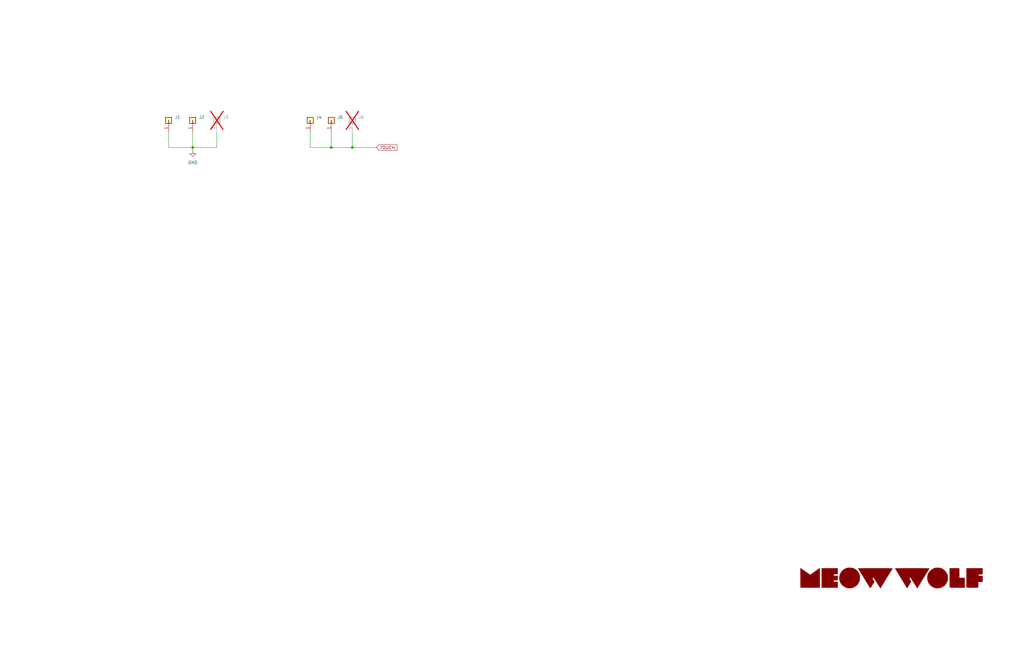
<source format=kicad_sch>
(kicad_sch (version 20230121) (generator eeschema)
  (paper "USLedger")
  (title_block (rev "v.01") (company "Meow Wolf") (comment 1 "Daniel Bornhorst"))
  (lib_symbols
    (symbol "0_logo:MeowWolf_Logo_Horizontal" (pin_names (offset 1.016))
      (symbol "MeowWolf_Logo_Horizontal_0_0"
        (polyline (pts (xy 30.861 -0.0254) (xy 28.6512 -0.0254) (xy 28.6258 2.0066) (xy 28.575 4.0386) (xy 24.511 4.0386) (xy 24.511 -3.9878) (xy 24.5364 -4.064) (xy 24.638 -4.0894) (xy 24.892 -4.0894) (xy 25.273 -4.1148) (xy 25.7556 -4.1148) (xy 26.3398 -4.1402) (xy 30.861 -4.1402) (xy 30.861 -0.0254)) (stroke (width 0.0254)) (fill (type outline)))
        (polyline (pts (xy 36.6014 -2.921) (xy 36.6268 -1.7272) (xy 38.4048 -1.7272) (xy 38.4048 0.8128) (xy 37.5412 0.8636) (xy 36.703 0.889) (xy 36.703 1.397) (xy 37.5412 1.4478) (xy 38.4048 1.4986) (xy 38.4048 4.0386) (xy 31.623 4.0386) (xy 31.623 -3.9878) (xy 31.6484 -4.064) (xy 31.7754 -4.0894) (xy 32.0548 -4.1148) (xy 32.4358 -4.1148) (xy 32.9184 -4.1402) (xy 36.576 -4.1402) (xy 36.6014 -2.921)) (stroke (width 0.0254)) (fill (type outline)))
        (polyline (pts (xy -22.6568 -1.6764) (xy -24.3586 -1.6764) (xy -24.3586 -1.3716) (xy -24.3332 -1.0414) (xy -23.0886 -1.0414) (xy -22.86 -1.016) (xy -22.733 -0.9906) (xy -22.7076 -0.9398) (xy -22.6822 -0.7366) (xy -22.6568 -0.4318) (xy -22.6568 0.889) (xy -24.3586 0.889) (xy -24.3586 1.1938) (xy -24.3332 1.4986) (xy -23.495 1.524) (xy -22.6568 1.5748) (xy -22.6568 4.0386) (xy -29.4386 4.0386) (xy -29.4386 -4.1402) (xy -22.6568 -4.1402) (xy -22.6568 -1.6764)) (stroke (width 0.0254)) (fill (type outline)))
        (polyline (pts (xy -30.226 4.064) (xy -30.48 3.937) (xy -31.0896 3.5306) (xy -31.3436 3.3528) (xy -31.5214 3.2004) (xy -31.5722 3.1242) (xy -31.5976 3.0988) (xy -31.6992 3.048) (xy -31.8008 3.0226) (xy -31.9786 2.8956) (xy -32.0802 2.7686) (xy -32.1818 2.7178) (xy -32.258 2.6924) (xy -32.4104 2.5908) (xy -32.6644 2.413) (xy -33.2232 2.0066) (xy -33.3248 1.9304) (xy -33.528 1.8288) (xy -33.655 1.7018) (xy -33.782 1.6002) (xy -33.909 1.524) (xy -33.9852 1.4986) (xy -34.1376 1.397) (xy -34.2392 1.3208) (xy -34.3408 1.3208) (xy -34.5186 1.4224) (xy -34.7218 1.5494) (xy -34.8996 1.6764) (xy -35.0266 1.7526) (xy -35.2044 1.905) (xy -35.3314 1.9812) (xy -35.433 2.0574) (xy -35.56 2.1336) (xy -35.7632 2.2606) (xy -36.0172 2.4638) (xy -36.1188 2.54) (xy -36.3474 2.7178) (xy -36.5506 2.8448) (xy -36.6522 2.8956) (xy -36.8808 3.048) (xy -37.0078 3.175) (xy -37.1602 3.2258) (xy -37.211 3.2512) (xy -37.211 3.3528) (xy -37.2872 3.4036) (xy -37.3888 3.429) (xy -37.5412 3.556) (xy -37.6682 3.683) (xy -37.9222 3.7846) (xy -38.0492 3.9116) (xy -38.1508 3.9878) (xy -38.227 4.064) (xy -38.3032 4.0386) (xy -38.354 3.937) (xy -38.3794 3.7338) (xy -38.3794 3.4036) (xy -38.4048 2.9464) (xy -38.3794 2.3114) (xy -38.3794 -1.778) (xy -38.354 -4.1402) (xy -30.226 -4.1402) (xy -30.226 4.064)) (stroke (width 0.0254)) (fill (type outline)))
        (polyline (pts (xy -17.2974 -4.3434) (xy -16.9418 -4.318) (xy -16.6624 -4.2926) (xy -16.5608 -4.2672) (xy -16.256 -4.1656) (xy -15.9004 -4.0132) (xy -15.5702 -3.8608) (xy -15.3162 -3.7084) (xy -15.1638 -3.5814) (xy -15.0876 -3.5052) (xy -14.8844 -3.4036) (xy -14.7066 -3.2512) (xy -14.1732 -2.7178) (xy -14.1478 -2.667) (xy -14.1478 -2.6416) (xy -14.0716 -2.5146) (xy -13.97 -2.3114) (xy -13.9446 -2.286) (xy -13.7922 -2.032) (xy -13.6652 -1.7526) (xy -13.5636 -1.4986) (xy -13.5128 -1.3462) (xy -13.4874 -1.2192) (xy -13.4112 -1.016) (xy -13.3858 -0.7874) (xy -13.3604 -0.4572) (xy -13.335 -0.0508) (xy -13.335 0.3302) (xy -13.3604 0.635) (xy -13.3858 0.8382) (xy -13.462 1.0414) (xy -13.5128 1.2954) (xy -13.5636 1.524) (xy -13.6398 1.6764) (xy -13.6906 1.7272) (xy -13.6652 1.778) (xy -13.6652 1.8288) (xy -13.8176 2.032) (xy -13.8684 2.1336) (xy -13.9192 2.2606) (xy -14.0462 2.4638) (xy -14.2494 2.7432) (xy -14.478 2.9972) (xy -14.732 3.2512) (xy -14.9606 3.4544) (xy -15.113 3.5814) (xy -15.24 3.6322) (xy -15.4178 3.7338) (xy -15.5702 3.81) (xy -15.9512 4.0132) (xy -16.4338 4.1402) (xy -17.0434 4.2418) (xy -17.526 4.2672) (xy -18.0848 4.2672) (xy -18.5928 4.191) (xy -18.9992 4.064) (xy -19.0246 4.064) (xy -19.2024 3.9878) (xy -19.3294 3.937) (xy -19.431 3.9116) (xy -19.5326 3.8608) (xy -19.5834 3.8608) (xy -19.7358 3.7592) (xy -19.939 3.6322) (xy -20.447 3.2766) (xy -20.6502 3.1242) (xy -20.7772 3.0226) (xy -20.8026 2.9718) (xy -20.8026 2.9464) (xy -20.8788 2.8448) (xy -21.0058 2.667) (xy -21.1328 2.54) (xy -21.2852 2.3114) (xy -21.59 1.7526) (xy -21.717 1.524) (xy -21.7932 1.3462) (xy -21.7932 1.27) (xy -21.9202 0.762) (xy -21.971 0.4064) (xy -21.971 -0.4826) (xy -21.9202 -0.9144) (xy -21.8694 -1.2192) (xy -21.8186 -1.3208) (xy -21.6662 -1.7272) (xy -21.463 -2.1336) (xy -21.2344 -2.54) (xy -20.9804 -2.8956) (xy -20.7264 -3.175) (xy -20.4978 -3.3782) (xy -20.3454 -3.4544) (xy -20.2692 -3.4798) (xy -20.1422 -3.6068) (xy -19.9898 -3.7084) (xy -19.7612 -3.8354) (xy -19.4818 -3.9878) (xy -19.2278 -4.1148) (xy -19.05 -4.1656) (xy -18.9738 -4.191) (xy -18.796 -4.2418) (xy -18.7198 -4.2672) (xy -18.4912 -4.318) (xy -18.415 -4.3434) (xy -18.1102 -4.3688) (xy -17.7038 -4.3688) (xy -17.2974 -4.3434)) (stroke (width 0.0254)) (fill (type outline)))
        (polyline (pts (xy 19.8882 -4.3434) (xy 20.2184 -4.318) (xy 20.447 -4.2926) (xy 20.574 -4.2672) (xy 20.6502 -4.2164) (xy 20.8026 -4.1656) (xy 20.828 -4.1656) (xy 21.0312 -4.0894) (xy 21.2852 -3.9624) (xy 21.5646 -3.8354) (xy 21.7932 -3.683) (xy 21.9202 -3.5814) (xy 21.9964 -3.5052) (xy 22.1234 -3.4544) (xy 22.1996 -3.429) (xy 22.4028 -3.302) (xy 22.6314 -3.048) (xy 22.86 -2.7178) (xy 23.114 -2.3368) (xy 23.3426 -1.9304) (xy 23.5204 -1.524) (xy 23.6474 -1.1684) (xy 23.6982 -0.8636) (xy 23.7236 -0.4826) (xy 23.749 -0.0762) (xy 23.749 0.3048) (xy 23.7236 0.635) (xy 23.6982 0.8382) (xy 23.6474 0.9906) (xy 23.5966 1.2446) (xy 23.5712 1.3208) (xy 23.4442 1.651) (xy 23.241 2.032) (xy 23.0378 2.3876) (xy 22.8092 2.667) (xy 22.6822 2.794) (xy 22.5806 2.921) (xy 22.5552 2.9718) (xy 22.5552 2.9972) (xy 22.4536 3.0988) (xy 22.2504 3.2512) (xy 21.9456 3.4544) (xy 21.59 3.7084) (xy 21.5646 3.7592) (xy 21.336 3.8862) (xy 21.1836 3.937) (xy 21.0058 3.9878) (xy 20.7772 4.064) (xy 20.6502 4.1148) (xy 20.2946 4.191) (xy 19.8628 4.2418) (xy 19.4056 4.2672) (xy 18.9992 4.2672) (xy 18.6436 4.2418) (xy 18.415 4.1656) (xy 18.3642 4.1402) (xy 18.1864 4.1148) (xy 18.1864 4.0894) (xy 18.0086 4.0386) (xy 17.7546 3.937) (xy 17.4244 3.7846) (xy 17.0942 3.6068) (xy 17.0688 3.6068) (xy 16.9164 3.4798) (xy 16.7132 3.302) (xy 16.4592 3.0734) (xy 16.2052 2.8194) (xy 16.002 2.5908) (xy 15.8496 2.413) (xy 15.7734 2.3114) (xy 15.748 2.2098) (xy 15.621 2.032) (xy 15.5194 1.8288) (xy 15.4686 1.7018) (xy 15.4432 1.6256) (xy 15.367 1.4478) (xy 15.3162 1.3716) (xy 15.2654 1.1938) (xy 15.24 1.016) (xy 15.1892 0.762) (xy 15.1384 0.4064) (xy 15.113 -0.0508) (xy 15.1384 -0.508) (xy 15.1892 -0.889) (xy 15.1892 -0.9144) (xy 15.24 -1.1684) (xy 15.2908 -1.3462) (xy 15.3416 -1.4732) (xy 15.3924 -1.6256) (xy 15.4686 -1.8034) (xy 15.494 -1.905) (xy 15.5194 -1.9812) (xy 15.621 -2.159) (xy 15.7988 -2.413) (xy 16.002 -2.6924) (xy 16.2306 -2.9718) (xy 16.4592 -3.2258) (xy 16.637 -3.4036) (xy 16.7894 -3.4798) (xy 16.9418 -3.5814) (xy 16.9672 -3.6322) (xy 17.1958 -3.7592) (xy 17.4752 -3.9116) (xy 17.8054 -4.064) (xy 18.1102 -4.191) (xy 18.3642 -4.2672) (xy 18.3896 -4.2672) (xy 18.6944 -4.3434) (xy 18.7452 -4.3688) (xy 19.5326 -4.3688) (xy 19.8882 -4.3434)) (stroke (width 0.0254)) (fill (type outline)))
        (polyline (pts (xy -4.572 -4.2926) (xy -4.5466 -4.2164) (xy -4.445 -4.0386) (xy -4.191 -3.6576) (xy -4.064 -3.4544) (xy -4.0132 -3.3782) (xy -4.0132 -3.3274) (xy -3.7592 -2.9464) (xy -3.683 -2.794) (xy -3.556 -2.6162) (xy -3.5052 -2.54) (xy -3.5052 -2.4892) (xy -3.4036 -2.3114) (xy -3.2512 -2.1082) (xy -3.1242 -1.905) (xy -2.9464 -1.6002) (xy -2.8194 -1.397) (xy -2.7432 -1.27) (xy -2.6924 -1.1684) (xy -2.5654 -0.9652) (xy -2.413 -0.7366) (xy -2.286 -0.5588) (xy -2.1844 -0.381) (xy -2.159 -0.3302) (xy -2.159 -0.2794) (xy -1.905 0.1016) (xy -1.778 0.3048) (xy -1.6764 0.4572) (xy -1.651 0.5334) (xy -1.651 0.5588) (xy -1.397 0.9398) (xy -1.27 1.143) (xy -1.143 1.3208) (xy -1.016 1.5748) (xy -0.889 1.778) (xy -0.7112 2.0828) (xy -0.635 2.1844) (xy -0.4572 2.4384) (xy -0.3556 2.6416) (xy -0.3048 2.7178) (xy -0.2794 2.7686) (xy -0.1778 2.921) (xy -0.0508 3.1496) (xy 0.0508 3.302) (xy 0.1524 3.4798) (xy 0.1778 3.5814) (xy 0.2032 3.6322) (xy 0.3048 3.7338) (xy 0.3556 3.81) (xy 0.4318 3.937) (xy 0.381 3.9624) (xy 0.2286 3.9624) (xy -0.0254 3.9878) (xy -0.4064 3.9878) (xy -0.9144 4.0132) (xy -2.286 4.0132) (xy -3.2004 4.0386) (xy -9.6774 4.0386) (xy -10.6172 4.0132) (xy -12.827 4.0132) (xy -13.3604 3.9878) (xy -13.97 3.9878) (xy -14.0462 3.9624) (xy -14.0208 3.8862) (xy -13.9192 3.7084) (xy -13.7668 3.4798) (xy -13.6398 3.2766) (xy -13.5382 3.1242) (xy -13.4112 2.8702) (xy -13.2588 2.6416) (xy -13.1318 2.4638) (xy -13.0302 2.286) (xy -13.0048 2.1844) (xy -12.9794 2.1336) (xy -12.8778 2.0066) (xy -12.7508 1.8796) (xy -12.7 1.7526) (xy -12.6746 1.6764) (xy -12.573 1.5494) (xy -12.5222 1.4732) (xy -12.4968 1.3462) (xy -12.4714 1.27) (xy -12.3698 1.2192) (xy -12.2682 1.0414) (xy -12.2428 0.9652) (xy -12.0904 0.7366) (xy -11.9126 0.4572) (xy -11.8364 0.3302) (xy -11.7348 0.1524) (xy -11.6586 0) (xy -11.557 -0.1778) (xy -11.4046 -0.4064) (xy -11.2776 -0.5842) (xy -11.176 -0.762) (xy -11.1506 -0.8636) (xy -11.1252 -0.9144) (xy -11.0236 -1.0414) (xy -10.8966 -1.1684) (xy -10.8458 -1.2954) (xy -10.8204 -1.3716) (xy -10.7188 -1.4986) (xy -10.6426 -1.5748) (xy -10.6426 -1.7018) (xy -10.6172 -1.778) (xy -10.5156 -1.8288) (xy -10.414 -2.0066) (xy -10.3632 -2.0828) (xy -10.2362 -2.3114) (xy -10.0584 -2.5908) (xy -9.9822 -2.7178) (xy -9.8806 -2.8956) (xy -9.8044 -3.048) (xy -9.6774 -3.2258) (xy -9.525 -3.4544) (xy -9.398 -3.6576) (xy -9.2964 -3.8354) (xy -9.2456 -3.9116) (xy -9.2202 -3.9878) (xy -9.1186 -4.1402) (xy -8.9916 -4.3434) (xy -8.763 -4.1402) (xy -8.6106 -3.9878) (xy -8.5852 -3.9116) (xy -8.5852 -3.8862) (xy -8.509 -3.7338) (xy -8.3566 -3.5052) (xy -8.1534 -3.175) (xy -7.9248 -2.8194) (xy -7.6454 -2.413) (xy -7.4422 -2.1082) (xy -7.3406 -1.8796) (xy -7.2898 -1.7018) (xy -7.3152 -1.5748) (xy -7.3914 -1.4224) (xy -7.5184 -1.27) (xy -7.5692 -1.1684) (xy -7.62 -1.0414) (xy -7.6454 -1.016) (xy -7.7216 -0.8636) (xy -7.8486 -0.635) (xy -7.8994 -0.5588) (xy -8.001 -0.381) (xy -8.0518 -0.2794) (xy -8.0264 -0.2286) (xy -7.9502 -0.1016) (xy -7.7978 0.0508) (xy -7.6454 0.1016) (xy -7.5946 0.0762) (xy -7.4676 -0.0508) (xy -7.3152 -0.254) (xy -7.1882 -0.4572) (xy -7.1374 -0.6096) (xy -7.0612 -0.7112) (xy -6.9342 -0.889) (xy -6.9088 -0.9144) (xy -6.7818 -1.0668) (xy -6.5786 -1.4732) (xy -6.4262 -1.7018) (xy -6.2738 -1.905) (xy -6.1468 -2.0574) (xy -6.0706 -2.1336) (xy -6.0452 -2.1844) (xy -6.0452 -2.2352) (xy -5.7912 -2.6162) (xy -5.6642 -2.8194) (xy -5.5626 -2.9718) (xy -5.5626 -3.048) (xy -5.5372 -3.0988) (xy -5.4356 -3.2258) (xy -5.3848 -3.2766) (xy -5.2324 -3.4798) (xy -5.08 -3.7592) (xy -4.8768 -4.064) (xy -4.7498 -4.2418) (xy -4.7498 -4.2672) (xy -4.6482 -4.3434) (xy -4.572 -4.2926)) (stroke (width 0.0254)) (fill (type outline)))
        (polyline (pts (xy 11.049 -4.1656) (xy 11.0744 -4.1402) (xy 11.176 -3.9624) (xy 11.2268 -3.8862) (xy 11.2268 -3.8354) (xy 11.4808 -3.4544) (xy 11.557 -3.302) (xy 11.684 -3.1242) (xy 11.7348 -3.048) (xy 11.7348 -2.9972) (xy 11.8364 -2.8194) (xy 11.9888 -2.6162) (xy 12.065 -2.4638) (xy 12.192 -2.286) (xy 12.2174 -2.1844) (xy 12.2428 -2.159) (xy 12.319 -2.032) (xy 12.446 -1.8288) (xy 12.6238 -1.5494) (xy 12.7 -1.4224) (xy 12.8778 -1.1684) (xy 12.9794 -0.9652) (xy 13.0302 -0.889) (xy 13.0556 -0.8128) (xy 13.1826 -0.635) (xy 13.335 -0.4064) (xy 13.462 -0.2032) (xy 13.5636 -0.0508) (xy 13.589 0) (xy 13.589 0.0508) (xy 13.843 0.4318) (xy 13.97 0.635) (xy 14.0716 0.7874) (xy 14.097 0.8636) (xy 14.097 0.889) (xy 14.1986 1.0414) (xy 14.3256 1.27) (xy 14.4526 1.4224) (xy 14.5796 1.651) (xy 14.6812 1.778) (xy 14.7066 1.8542) (xy 14.8082 2.032) (xy 14.9606 2.286) (xy 15.1892 2.6416) (xy 15.2908 2.794) (xy 15.3924 2.9718) (xy 15.4432 3.048) (xy 15.4686 3.0988) (xy 15.5702 3.2766) (xy 15.6972 3.4798) (xy 15.7988 3.6322) (xy 15.9004 3.8354) (xy 15.9512 3.9624) (xy 15.8242 3.9624) (xy 15.5194 3.9878) (xy 15.0368 3.9878) (xy 14.4018 4.0132) (xy 12.6238 4.0132) (xy 11.5062 4.0386) (xy 5.1562 4.0386) (xy 4.2418 4.0132) (xy 2.8448 4.0132) (xy 2.3622 3.9878) (xy 1.9812 3.9878) (xy 1.7272 3.9624) (xy 1.5748 3.9624) (xy 1.524 3.937) (xy 1.5494 3.8608) (xy 1.651 3.7338) (xy 1.7272 3.6576) (xy 1.778 3.556) (xy 1.778 3.5306) (xy 1.8542 3.3782) (xy 1.9812 3.1496) (xy 2.1844 2.8702) (xy 2.413 2.4892) (xy 2.54 2.3114) (xy 2.5908 2.2098) (xy 2.5908 2.159) (xy 2.6924 2.0066) (xy 2.8194 1.778) (xy 2.921 1.651) (xy 3.0226 1.4732) (xy 3.0734 1.3208) (xy 3.3274 0.9398) (xy 3.4798 0.7366) (xy 3.5814 0.5588) (xy 3.6322 0.4826) (xy 3.7338 0.2794) (xy 3.8608 0.0762) (xy 3.937 -0.0254) (xy 4.0894 -0.3048) (xy 4.2164 -0.508) (xy 4.318 -0.6858) (xy 4.4196 -0.762) (xy 4.445 -0.762) (xy 4.445 -0.889) (xy 4.5212 -1.016) (xy 4.5974 -1.0668) (xy 4.6482 -1.2192) (xy 4.699 -1.3208) (xy 4.826 -1.4732) (xy 4.9276 -1.5748) (xy 4.9784 -1.7272) (xy 5.0546 -1.8796) (xy 5.207 -2.1082) (xy 5.334 -2.3114) (xy 5.461 -2.4892) (xy 5.5118 -2.5654) (xy 5.5118 -2.6162) (xy 5.588 -2.7686) (xy 5.7404 -2.9718) (xy 5.7912 -3.0734) (xy 5.969 -3.3528) (xy 6.096 -3.556) (xy 6.1976 -3.7338) (xy 6.2738 -3.81) (xy 6.2992 -3.81) (xy 6.2992 -3.937) (xy 6.4008 -4.064) (xy 6.4516 -4.1148) (xy 6.5278 -4.2926) (xy 6.5278 -4.3434) (xy 6.5532 -4.3688) (xy 6.6802 -4.2672) (xy 6.8072 -4.1402) (xy 6.858 -4.0386) (xy 6.858 -3.9878) (xy 6.9596 -3.8354) (xy 7.0866 -3.6068) (xy 7.1628 -3.4798) (xy 7.2644 -3.302) (xy 7.2898 -3.2258) (xy 7.3152 -3.175) (xy 7.4168 -2.9972) (xy 7.5692 -2.794) (xy 7.6962 -2.5908) (xy 7.8232 -2.413) (xy 7.874 -2.3114) (xy 7.874 -2.286) (xy 7.9502 -2.159) (xy 8.0772 -1.9304) (xy 8.128 -1.8288) (xy 8.2296 -1.651) (xy 8.2296 -1.5494) (xy 8.1534 -1.4478) (xy 8.1534 -1.397) (xy 8.0518 -1.2192) (xy 7.9248 -1.016) (xy 7.7216 -0.6604) (xy 7.6708 -0.5588) (xy 7.6708 -0.508) (xy 7.493 -0.3302) (xy 7.5184 -0.2286) (xy 7.6708 -0.0508) (xy 7.7216 -0.0254) (xy 7.8486 0.1016) (xy 7.9502 0.127) (xy 8.0518 0.0508) (xy 8.1534 -0.0762) (xy 8.2042 -0.2032) (xy 8.255 -0.3048) (xy 8.382 -0.4572) (xy 8.4836 -0.5588) (xy 8.509 -0.635) (xy 8.509 -0.6604) (xy 8.5598 -0.762) (xy 8.6868 -0.9652) (xy 8.8646 -1.27) (xy 9.0932 -1.6002) (xy 9.144 -1.6764) (xy 9.3726 -2.032) (xy 9.5758 -2.3114) (xy 9.7282 -2.6162) (xy 9.779 -2.6924) (xy 9.906 -2.8194) (xy 10.0076 -2.9464) (xy 10.033 -3.048) (xy 10.0584 -3.1242) (xy 10.16 -3.2512) (xy 10.2616 -3.3528) (xy 10.3378 -3.4544) (xy 10.3632 -3.5306) (xy 10.4648 -3.7338) (xy 10.6172 -3.9624) (xy 10.8966 -4.3942) (xy 11.049 -4.1656)) (stroke (width 0.0254)) (fill (type outline)))
      )
    )
    (symbol "Connector_Generic:Conn_01x01" (pin_names (offset 1.016) hide)
      (property "Reference" "J" (at 0 2.54 0))
      (property "Value" "Conn_01x01" (at 0 -2.54 0))
      (symbol "Conn_01x01_1_1"
        (rectangle (start -1.27 0.127) (end 0 -0.127) (stroke (width 0.1524)))
        (rectangle (start -1.27 1.27) (end 1.27 -1.27) (stroke (width 0.254)) (fill (type background)))
        (pin passive line (at -5.08 0 0) (length 3.81) (name "Pin_1") (number "1"))
      )
    )
    (symbol "power:GND" (power) (pin_names (offset 0))
      (property "Value" "GND" (at 0 -3.81 0))
      (symbol "GND_0_1"
        (polyline (pts (xy 0 0) (xy 0 -1.27) (xy 1.27 -1.27) (xy 0 -2.54) (xy -1.27 -1.27) (xy 0 -1.27)))
      )
      (symbol "GND_1_1"
        (pin power_in line (at 0 0 270) (length 0) hide (name "GND") (number "1"))
      )
    )
  )
  (junction (at 139.7 62.23))
  (junction (at 81.28 62.23))
  (junction (at 148.59 62.23))
  (wire (pts (xy 130.81 55.88) (xy 130.81 62.23)))
  (wire (pts (xy 71.12 62.23) (xy 81.28 62.23)))
  (wire (pts (xy 91.44 62.23) (xy 81.28 62.23)))
  (wire (pts (xy 148.59 62.23) (xy 158.75 62.23)))
  (wire (pts (xy 139.7 55.88) (xy 139.7 62.23)))
  (wire (pts (xy 81.28 62.23) (xy 81.28 63.5)))
  (wire (pts (xy 130.81 62.23) (xy 139.7 62.23)))
  (wire (pts (xy 81.28 55.88) (xy 81.28 62.23)))
  (wire (pts (xy 71.12 55.88) (xy 71.12 62.23)))
  (wire (pts (xy 148.59 55.88) (xy 148.59 62.23)))
  (wire (pts (xy 91.44 55.88) (xy 91.44 62.23)))
  (wire (pts (xy 139.7 62.23) (xy 148.59 62.23)))
  (global_label "TOUCH" (shape input) (at 158.75 62.23 0) (property "Intersheetrefs" "${INTERSHEET_REFS}" (effects hide)))
  (symbol (lib_id "Connector_Generic:Conn_01x01") (at 81.28 50.8 90) (unit 1)
    (property "Reference" "J2" (at 83.82 49.53 90) (effects (justify right)))
    (property "Value" "Conn_01x01" (effects hide))
    (property "Footprint" "0_touch_pad:SMD_Pad" (effects hide))
  )
  (symbol (lib_id "Connector_Generic:Conn_01x01") (at 71.12 50.8 90) (unit 1)
    (property "Reference" "J1" (at 73.66 49.53 90) (effects (justify right)))
    (property "Value" "Conn_01x01" (effects hide))
    (property "Footprint" "0_touch_pad:SMD_Pad" (effects hide))
  )
  (symbol (lib_id "Connector_Generic:Conn_01x01") (at 130.81 50.8 90) (unit 1)
    (property "Reference" "J4" (at 133.35 49.53 90) (effects (justify right)))
    (property "Value" "Conn_01x01" (effects hide))
    (property "Footprint" "0_touch_pad:SMD_Pad" (effects hide))
  )
  (symbol (lib_id "0_logo:MeowWolf_Logo_Horizontal") (at 375.92 243.84 0) (unit 1) (in_bom no) (on_board no)
    (property "Reference" "LOGO1" (effects hide))
    (property "Value" "MeowWolf_Logo_Horizontal" (effects hide))
  )
  (symbol (lib_id "Connector_Generic:Conn_01x01") (at 91.44 50.8 90) (unit 1) (in_bom no) (on_board no) (dnp yes)
    (property "Reference" "J3" (at 93.98 49.53 90) (effects (justify right)))
    (property "Value" "Conn_01x01" (effects hide))
    (property "Footprint" "0_touch_pad:SMD_Pad" (effects hide))
  )
  (symbol (lib_id "Connector_Generic:Conn_01x01") (at 139.7 50.8 90) (unit 1)
    (property "Reference" "J5" (at 142.24 49.53 90) (effects (justify right)))
    (property "Value" "Conn_01x01" (effects hide))
    (property "Footprint" "0_touch_pad:SMD_Pad" (effects hide))
  )
  (symbol (lib_id "Connector_Generic:Conn_01x01") (at 148.59 50.8 90) (unit 1) (in_bom no) (on_board no) (dnp yes)
    (property "Reference" "J6" (at 151.13 49.53 90) (effects (justify right)))
    (property "Value" "Conn_01x01" (effects hide))
    (property "Footprint" "0_touch_pad:SMD_Pad" (effects hide))
  )
  (symbol (lib_id "power:GND") (at 81.28 63.5 0) (unit 1)
    (property "Reference" "#PWR01" (effects hide))
    (property "Value" "GND" (at 81.28 68.58 0))
  )
)
</source>
